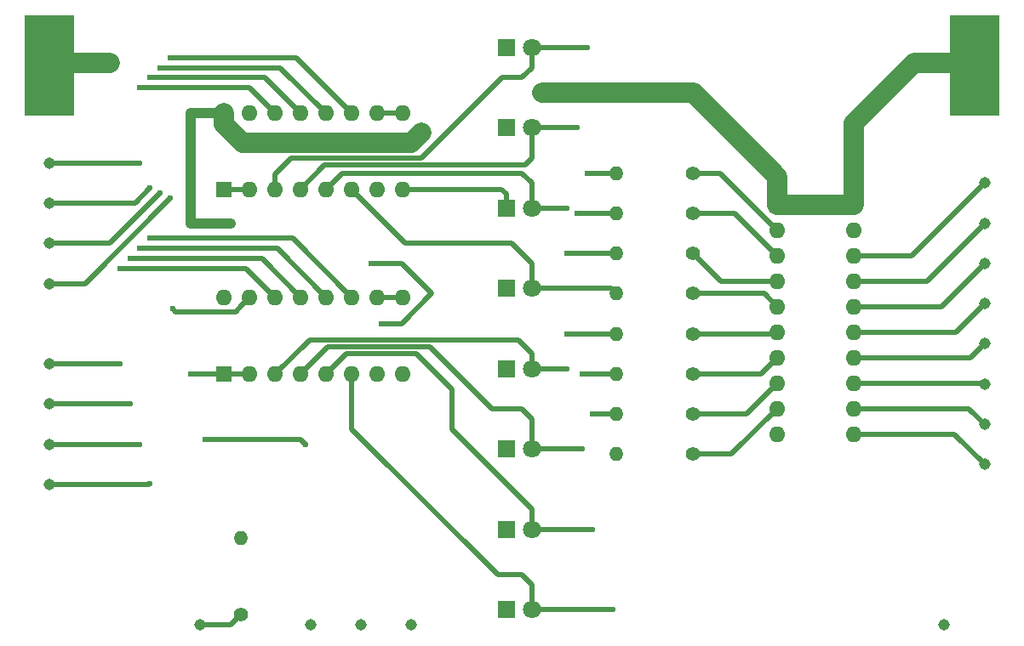
<source format=gbr>
G04 #@! TF.FileFunction,Copper,L1,Top,Signal*
%FSLAX46Y46*%
G04 Gerber Fmt 4.6, Leading zero omitted, Abs format (unit mm)*
G04 Created by KiCad (PCBNEW 4.0.5-e0-6337~49~ubuntu16.04.1) date Sun Apr  9 12:27:41 2017*
%MOMM*%
%LPD*%
G01*
G04 APERTURE LIST*
%ADD10C,0.100000*%
%ADD11R,1.600000X1.600000*%
%ADD12O,1.600000X1.600000*%
%ADD13C,1.143000*%
%ADD14R,5.000000X10.000000*%
%ADD15C,1.400000*%
%ADD16O,1.400000X1.400000*%
%ADD17R,1.800000X1.800000*%
%ADD18C,1.800000*%
%ADD19C,0.600000*%
%ADD20C,0.500000*%
%ADD21C,2.000000*%
%ADD22C,1.000000*%
G04 APERTURE END LIST*
D10*
D11*
X71300000Y-67620000D03*
D12*
X89080000Y-60000000D03*
X73840000Y-67620000D03*
X86540000Y-60000000D03*
X76380000Y-67620000D03*
X84000000Y-60000000D03*
X78920000Y-67620000D03*
X81460000Y-60000000D03*
X81460000Y-67620000D03*
X78920000Y-60000000D03*
X84000000Y-67620000D03*
X76380000Y-60000000D03*
X86540000Y-67620000D03*
X73840000Y-60000000D03*
X89080000Y-67620000D03*
X71300000Y-60000000D03*
D13*
X54000000Y-97000000D03*
X54000000Y-93000000D03*
X54000000Y-89000000D03*
X54000000Y-85000000D03*
X90000000Y-111000000D03*
X85000000Y-111000000D03*
X80000000Y-111000000D03*
X54000000Y-77000000D03*
X54000000Y-73000000D03*
X54000000Y-69000000D03*
X54000000Y-65000000D03*
X69000000Y-111000000D03*
X143000000Y-111000000D03*
X147000000Y-95000000D03*
X147000000Y-91000000D03*
X147000000Y-87000000D03*
X147000000Y-83000000D03*
X147000000Y-79000000D03*
X147000000Y-75000000D03*
X147050000Y-71000000D03*
X147000000Y-67000000D03*
X60000000Y-55000000D03*
D14*
X54000000Y-55275000D03*
D13*
X140000000Y-55000000D03*
D14*
X146000000Y-55275000D03*
D11*
X71380000Y-86000000D03*
D12*
X89160000Y-78380000D03*
X73920000Y-86000000D03*
X86620000Y-78380000D03*
X76460000Y-86000000D03*
X84080000Y-78380000D03*
X79000000Y-86000000D03*
X81540000Y-78380000D03*
X81540000Y-86000000D03*
X79000000Y-78380000D03*
X84080000Y-86000000D03*
X76460000Y-78380000D03*
X86620000Y-86000000D03*
X73920000Y-78380000D03*
X89160000Y-86000000D03*
X71380000Y-78380000D03*
D11*
X126380000Y-69140000D03*
D12*
X134000000Y-92000000D03*
X126380000Y-71680000D03*
X134000000Y-89460000D03*
X126380000Y-74220000D03*
X134000000Y-86920000D03*
X126380000Y-76760000D03*
X134000000Y-84380000D03*
X126380000Y-79300000D03*
X134000000Y-81840000D03*
X126380000Y-81840000D03*
X134000000Y-79300000D03*
X126380000Y-84380000D03*
X134000000Y-76760000D03*
X126380000Y-86920000D03*
X134000000Y-74220000D03*
X126380000Y-89460000D03*
X134000000Y-71680000D03*
X126380000Y-92000000D03*
X134000000Y-69140000D03*
D15*
X118000000Y-66000000D03*
D16*
X110380000Y-66000000D03*
D15*
X118000000Y-70000000D03*
D16*
X110380000Y-70000000D03*
D15*
X118000000Y-74000000D03*
D16*
X110380000Y-74000000D03*
D15*
X118000000Y-78000000D03*
D16*
X110380000Y-78000000D03*
D15*
X118000000Y-82000000D03*
D16*
X110380000Y-82000000D03*
D15*
X118000000Y-86000000D03*
D16*
X110380000Y-86000000D03*
D15*
X118000000Y-90000000D03*
D16*
X110380000Y-90000000D03*
D15*
X118000000Y-94000000D03*
D16*
X110380000Y-94000000D03*
D15*
X73000000Y-110000000D03*
D16*
X73000000Y-102380000D03*
D17*
X99460000Y-53500000D03*
D18*
X102000000Y-53500000D03*
D17*
X99460000Y-61500000D03*
D18*
X102000000Y-61500000D03*
D17*
X99460000Y-69500000D03*
D18*
X102000000Y-69500000D03*
D17*
X99460000Y-77500000D03*
D18*
X102000000Y-77500000D03*
D17*
X99460000Y-85500000D03*
D18*
X102000000Y-85500000D03*
D17*
X99460000Y-93500000D03*
D18*
X102000000Y-93500000D03*
D17*
X99460000Y-101500000D03*
D18*
X102000000Y-101500000D03*
D17*
X99460000Y-109500000D03*
D18*
X102000000Y-109500000D03*
D19*
X64000000Y-72500000D03*
X64000000Y-96900000D03*
X63000000Y-73500000D03*
X63000000Y-93000000D03*
X62000000Y-74500000D03*
X62000000Y-89000000D03*
X61000000Y-75500000D03*
X61000000Y-85000000D03*
X86000000Y-75000000D03*
X87000000Y-81000000D03*
X66250000Y-79500000D03*
X69500000Y-92500000D03*
X79500000Y-93000000D03*
X66000000Y-54500000D03*
X66000000Y-68500000D03*
X65000000Y-55500000D03*
X65000000Y-68000000D03*
X64000000Y-56500000D03*
X64000000Y-67500000D03*
X63000000Y-57500000D03*
X63000000Y-65000000D03*
X68000000Y-86000000D03*
X72000000Y-71000000D03*
X91000000Y-62000000D03*
X103000000Y-58000000D03*
X107500000Y-66000000D03*
X107500000Y-53500000D03*
X106500000Y-61500000D03*
X106500000Y-70000000D03*
X105500000Y-69500000D03*
X105500000Y-74000000D03*
X105500000Y-82000000D03*
X105500000Y-85500000D03*
X107000000Y-86000000D03*
X107000000Y-93500000D03*
X108000000Y-90000000D03*
X108000000Y-101500000D03*
X110000000Y-109500000D03*
D20*
X64000000Y-72500000D02*
X78200000Y-72500000D01*
X78200000Y-72500000D02*
X84080000Y-78380000D01*
X54000000Y-97000000D02*
X63900000Y-97000000D01*
X63900000Y-97000000D02*
X64000000Y-96900000D01*
X63000000Y-73500000D02*
X76660000Y-73500000D01*
X76660000Y-73500000D02*
X81540000Y-78380000D01*
X54000000Y-93000000D02*
X63000000Y-93000000D01*
X62000000Y-74500000D02*
X75120000Y-74500000D01*
X75120000Y-74500000D02*
X79000000Y-78380000D01*
X54000000Y-89000000D02*
X62000000Y-89000000D01*
X61000000Y-75500000D02*
X73580000Y-75500000D01*
X73580000Y-75500000D02*
X76460000Y-78380000D01*
X54000000Y-85000000D02*
X61000000Y-85000000D01*
X86540000Y-60000000D02*
X89080000Y-60000000D01*
X86620000Y-78380000D02*
X89160000Y-78380000D01*
X92000000Y-78000000D02*
X89000000Y-75000000D01*
X89000000Y-75000000D02*
X86000000Y-75000000D01*
X87000000Y-81000000D02*
X89000000Y-81000000D01*
X89000000Y-81000000D02*
X92000000Y-78000000D01*
X66250000Y-79500000D02*
X66549999Y-79799999D01*
X66549999Y-79799999D02*
X72500001Y-79799999D01*
X72500001Y-79799999D02*
X73120001Y-79179999D01*
X73120001Y-79179999D02*
X73920000Y-78380000D01*
X79500000Y-93000000D02*
X79000000Y-92500000D01*
X79000000Y-92500000D02*
X69500000Y-92500000D01*
X66000000Y-54500000D02*
X78500000Y-54500000D01*
X78500000Y-54500000D02*
X84000000Y-60000000D01*
X54000000Y-77000000D02*
X57500000Y-77000000D01*
X57500000Y-77000000D02*
X66000000Y-68500000D01*
X65000000Y-55500000D02*
X76960000Y-55500000D01*
X76960000Y-55500000D02*
X81460000Y-60000000D01*
X60000000Y-73000000D02*
X65000000Y-68000000D01*
X54000000Y-73000000D02*
X60000000Y-73000000D01*
X64000000Y-56500000D02*
X75420000Y-56500000D01*
X75420000Y-56500000D02*
X78920000Y-60000000D01*
X54000000Y-69000000D02*
X62500000Y-69000000D01*
X62500000Y-69000000D02*
X64000000Y-67500000D01*
X63000000Y-57500000D02*
X73880000Y-57500000D01*
X73880000Y-57500000D02*
X76380000Y-60000000D01*
X54000000Y-65000000D02*
X63000000Y-65000000D01*
X69000000Y-111000000D02*
X72000000Y-111000000D01*
X72000000Y-111000000D02*
X73000000Y-110000000D01*
X71380000Y-86000000D02*
X68000000Y-86000000D01*
X73920000Y-86000000D02*
X71380000Y-86000000D01*
X73840000Y-67620000D02*
X71300000Y-67620000D01*
X134000000Y-92000000D02*
X144000000Y-92000000D01*
X144000000Y-92000000D02*
X147000000Y-95000000D01*
X134000000Y-89460000D02*
X145460000Y-89460000D01*
X145460000Y-89460000D02*
X147000000Y-91000000D01*
X134000000Y-86920000D02*
X146920000Y-86920000D01*
X146920000Y-86920000D02*
X147000000Y-87000000D01*
X134000000Y-84380000D02*
X145620000Y-84380000D01*
X145620000Y-84380000D02*
X147000000Y-83000000D01*
X134000000Y-81840000D02*
X144160000Y-81840000D01*
X144160000Y-81840000D02*
X147000000Y-79000000D01*
X134000000Y-79300000D02*
X142700000Y-79300000D01*
X142700000Y-79300000D02*
X147000000Y-75000000D01*
X134000000Y-76760000D02*
X141290000Y-76760000D01*
X141290000Y-76760000D02*
X147050000Y-71000000D01*
X134000000Y-74220000D02*
X139780000Y-74220000D01*
X139780000Y-74220000D02*
X147000000Y-67000000D01*
X89080000Y-67620000D02*
X98980000Y-67620000D01*
X98980000Y-67620000D02*
X99460000Y-68100000D01*
X99460000Y-68100000D02*
X99460000Y-69500000D01*
D21*
X54000000Y-55000000D02*
X60000000Y-55000000D01*
D22*
X68000000Y-71000000D02*
X72000000Y-71000000D01*
X68000000Y-60000000D02*
X68000000Y-71000000D01*
X71300000Y-60000000D02*
X68000000Y-60000000D01*
D21*
X90000000Y-63000000D02*
X73168630Y-63000000D01*
X73168630Y-63000000D02*
X71300000Y-61131370D01*
X71300000Y-61131370D02*
X71300000Y-60000000D01*
X91000000Y-62000000D02*
X90000000Y-63000000D01*
X126380000Y-69140000D02*
X126380000Y-66340000D01*
X126380000Y-66340000D02*
X118040000Y-58000000D01*
X118040000Y-58000000D02*
X103000000Y-58000000D01*
X134000000Y-69140000D02*
X134000000Y-61000000D01*
X134000000Y-61000000D02*
X140000000Y-55000000D01*
X126380000Y-69140000D02*
X134000000Y-69140000D01*
X140000000Y-55000000D02*
X146000000Y-55000000D01*
D20*
X118000000Y-66000000D02*
X120700000Y-66000000D01*
X120700000Y-66000000D02*
X126380000Y-71680000D01*
X118000000Y-70000000D02*
X122160000Y-70000000D01*
X122160000Y-70000000D02*
X126380000Y-74220000D01*
X118000000Y-74000000D02*
X120760000Y-76760000D01*
X120760000Y-76760000D02*
X126380000Y-76760000D01*
X118000000Y-78000000D02*
X125080000Y-78000000D01*
X125080000Y-78000000D02*
X126380000Y-79300000D01*
X118000000Y-82000000D02*
X126220000Y-82000000D01*
X126220000Y-82000000D02*
X126380000Y-81840000D01*
X118000000Y-86000000D02*
X124760000Y-86000000D01*
X124760000Y-86000000D02*
X126380000Y-84380000D01*
X118000000Y-90000000D02*
X123300000Y-90000000D01*
X123300000Y-90000000D02*
X126380000Y-86920000D01*
X118000000Y-94000000D02*
X121840000Y-94000000D01*
X121840000Y-94000000D02*
X126380000Y-89460000D01*
X76380000Y-67620000D02*
X76380000Y-66120000D01*
X99000000Y-56500000D02*
X101000000Y-56500000D01*
X76380000Y-66120000D02*
X78000000Y-64500000D01*
X78000000Y-64500000D02*
X91000000Y-64500000D01*
X91000000Y-64500000D02*
X99000000Y-56500000D01*
X102000000Y-55500000D02*
X102000000Y-53500000D01*
X101000000Y-56500000D02*
X102000000Y-55500000D01*
X107500000Y-66000000D02*
X110380000Y-66000000D01*
X102000000Y-53500000D02*
X107500000Y-53500000D01*
X102000000Y-64500000D02*
X102000000Y-61500000D01*
X101299990Y-65200010D02*
X102000000Y-64500000D01*
X78920000Y-67620000D02*
X81339990Y-65200010D01*
X81339990Y-65200010D02*
X101299990Y-65200010D01*
X106500000Y-70000000D02*
X110380000Y-70000000D01*
X102000000Y-61500000D02*
X106500000Y-61500000D01*
X105500000Y-74000000D02*
X110380000Y-74000000D01*
X102000000Y-69500000D02*
X105500000Y-69500000D01*
X81460000Y-67620000D02*
X83080000Y-66000000D01*
X83080000Y-66000000D02*
X101000000Y-66000000D01*
X101000000Y-66000000D02*
X102000000Y-67000000D01*
X102000000Y-67000000D02*
X102000000Y-69500000D01*
X102000000Y-75000000D02*
X102000000Y-77500000D01*
X100000000Y-73000000D02*
X102000000Y-75000000D01*
X84000000Y-67620000D02*
X89380000Y-73000000D01*
X89380000Y-73000000D02*
X100000000Y-73000000D01*
X102000000Y-77500000D02*
X109880000Y-77500000D01*
X109880000Y-77500000D02*
X110380000Y-78000000D01*
X76460000Y-86000000D02*
X79860020Y-82599980D01*
X79860020Y-82599980D02*
X100599980Y-82599980D01*
X100599980Y-82599980D02*
X102000000Y-84000000D01*
X102000000Y-84000000D02*
X102000000Y-85500000D01*
X105500000Y-82000000D02*
X110380000Y-82000000D01*
X102000000Y-85500000D02*
X105500000Y-85500000D01*
X102000000Y-93500000D02*
X102000000Y-90500000D01*
X102000000Y-90500000D02*
X101000000Y-89500000D01*
X101000000Y-89500000D02*
X98000000Y-89500000D01*
X98000000Y-89500000D02*
X91799990Y-83299990D01*
X91799990Y-83299990D02*
X81700010Y-83299990D01*
X81700010Y-83299990D02*
X79799999Y-85200001D01*
X79799999Y-85200001D02*
X79000000Y-86000000D01*
X107000000Y-86000000D02*
X110380000Y-86000000D01*
X102000000Y-93500000D02*
X107000000Y-93500000D01*
X102000000Y-101500000D02*
X102000000Y-99500000D01*
X102000000Y-99500000D02*
X94000000Y-91500000D01*
X94000000Y-91500000D02*
X94000000Y-87500000D01*
X94000000Y-87500000D02*
X90500000Y-84000000D01*
X90500000Y-84000000D02*
X83540000Y-84000000D01*
X83540000Y-84000000D02*
X81540000Y-86000000D01*
X108000000Y-90000000D02*
X110380000Y-90000000D01*
X102000000Y-101500000D02*
X108000000Y-101500000D01*
X102000000Y-107000000D02*
X102000000Y-109500000D01*
X101000000Y-106000000D02*
X102000000Y-107000000D01*
X98570002Y-106000000D02*
X101000000Y-106000000D01*
X84080000Y-86000000D02*
X84080000Y-91509998D01*
X84080000Y-91509998D02*
X98570002Y-106000000D01*
X102000000Y-109500000D02*
X110000000Y-109500000D01*
M02*

</source>
